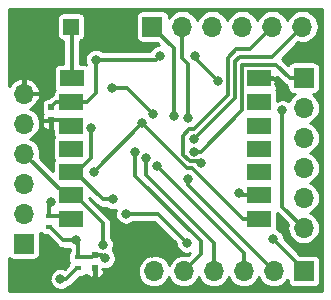
<source format=gtl>
G04 #@! TF.GenerationSoftware,KiCad,Pcbnew,no-vcs-found-8f3423b~58~ubuntu16.04.1*
G04 #@! TF.CreationDate,2017-03-29T18:22:16+03:00*
G04 #@! TF.ProjectId,minimal_node_rfm69w,6D696E696D616C5F6E6F64655F72666D,rev?*
G04 #@! TF.FileFunction,Copper,L1,Top,Signal*
G04 #@! TF.FilePolarity,Positive*
%FSLAX46Y46*%
G04 Gerber Fmt 4.6, Leading zero omitted, Abs format (unit mm)*
G04 Created by KiCad (PCBNEW no-vcs-found-8f3423b~58~ubuntu16.04.1) date Wed Mar 29 18:22:16 2017*
%MOMM*%
%LPD*%
G01*
G04 APERTURE LIST*
%ADD10C,0.100000*%
%ADD11R,1.350000X1.350000*%
%ADD12R,0.500000X0.600000*%
%ADD13R,1.700000X1.700000*%
%ADD14O,1.700000X1.700000*%
%ADD15R,0.600000X0.400000*%
%ADD16R,1.998980X1.399540*%
%ADD17C,0.800000*%
%ADD18C,0.350000*%
%ADD19C,0.254000*%
G04 APERTURE END LIST*
D10*
D11*
X141200000Y-50300000D03*
D12*
X143200000Y-70750000D03*
X143200000Y-69650000D03*
X139500000Y-58250000D03*
X139500000Y-57150000D03*
D13*
X137200000Y-68680000D03*
D14*
X137200000Y-66140000D03*
X137200000Y-63600000D03*
X137200000Y-61060000D03*
X137200000Y-58520000D03*
X137200000Y-55980000D03*
D13*
X160900000Y-54640000D03*
D14*
X160900000Y-57180000D03*
X160900000Y-59720000D03*
X160900000Y-62260000D03*
X160900000Y-64800000D03*
X160900000Y-67340000D03*
X148220000Y-71000000D03*
X150760000Y-71000000D03*
X153300000Y-71000000D03*
X155840000Y-71000000D03*
X158380000Y-71000000D03*
D13*
X160920000Y-71000000D03*
D14*
X160780000Y-50300000D03*
X158240000Y-50300000D03*
X155700000Y-50300000D03*
X153160000Y-50300000D03*
X150620000Y-50300000D03*
D13*
X148080000Y-50300000D03*
D15*
X141800000Y-70750000D03*
X141800000Y-69850000D03*
X139300000Y-66350000D03*
X139300000Y-67250000D03*
D16*
X141247485Y-54696443D03*
X141219545Y-56697963D03*
X141219545Y-58696943D03*
X141219545Y-60647663D03*
X141219545Y-62598383D03*
X141219545Y-64597363D03*
X141219545Y-66598883D03*
X157119945Y-66598883D03*
X157119945Y-64597363D03*
X157119945Y-62598383D03*
X157119945Y-60647663D03*
X157119945Y-58696943D03*
X157119945Y-56697963D03*
X157119945Y-54696443D03*
D17*
X137800000Y-71300000D03*
X146914509Y-68181251D03*
X148015395Y-69468109D03*
X158800000Y-55200000D03*
X141649977Y-68400000D03*
X144064341Y-69914665D03*
X159100000Y-57400000D03*
X153670420Y-54942393D03*
X151700000Y-52800000D03*
X148700000Y-52800000D03*
X143300000Y-53100000D03*
X144750009Y-64940038D03*
X142919061Y-58900000D03*
X147200004Y-58500000D03*
X143099985Y-62600000D03*
X143900000Y-68800000D03*
X148100000Y-57700000D03*
X144700000Y-55500000D03*
X151606517Y-60891234D03*
X146650012Y-60917797D03*
X147571123Y-61474990D03*
X148503778Y-62102362D03*
X151137955Y-63186877D03*
X151000000Y-68600004D03*
X158300000Y-68300000D03*
X145855654Y-66144998D03*
X151645326Y-59841948D03*
X152158450Y-61846671D03*
X151133893Y-58022757D03*
X149901124Y-57850012D03*
X140300000Y-71674990D03*
X139500000Y-65200000D03*
X155400000Y-64400000D03*
D18*
X139500000Y-58250000D02*
X140772602Y-58250000D01*
X140772602Y-58250000D02*
X141219545Y-58696943D01*
X137200000Y-56300000D02*
X137200000Y-55980000D01*
X148015395Y-69468109D02*
X146914509Y-68367223D01*
X146914509Y-68367223D02*
X146914509Y-68181251D01*
X157119945Y-54696443D02*
X158296443Y-54696443D01*
X158296443Y-54696443D02*
X158800000Y-55200000D01*
X144064341Y-69914341D02*
X144064341Y-69914665D01*
X143200000Y-69650000D02*
X143800000Y-69650000D01*
X140550000Y-68400000D02*
X141649977Y-68400000D01*
X139300000Y-67250000D02*
X139400000Y-67250000D01*
X141800000Y-69850000D02*
X141800000Y-68550023D01*
X139400000Y-67250000D02*
X140550000Y-68400000D01*
X141800000Y-68550023D02*
X141649977Y-68400000D01*
X143800000Y-69650000D02*
X144064341Y-69914341D01*
X141800000Y-69850000D02*
X143000000Y-69850000D01*
X143000000Y-69850000D02*
X143200000Y-69650000D01*
X159100000Y-57400000D02*
X159100000Y-65540000D01*
X159100000Y-65540000D02*
X160900000Y-67340000D01*
X151700000Y-52800000D02*
X151700000Y-52971973D01*
X151700000Y-52971973D02*
X153670420Y-54942393D01*
X143300000Y-53100000D02*
X148400000Y-53100000D01*
X148400000Y-53100000D02*
X148700000Y-52800000D01*
X141219545Y-56697963D02*
X142569035Y-56697963D01*
X143300000Y-55966998D02*
X143300000Y-53100000D01*
X142569035Y-56697963D02*
X143300000Y-55966998D01*
X141219545Y-56697963D02*
X139952037Y-56697963D01*
X139952037Y-56697963D02*
X139500000Y-57150000D01*
X142919061Y-58900000D02*
X142919061Y-61412409D01*
X141221162Y-62600000D02*
X141219545Y-62598383D01*
X142919061Y-61412409D02*
X141731470Y-62600000D01*
X141731470Y-62600000D02*
X141221162Y-62600000D01*
X143900098Y-64940038D02*
X144750009Y-64940038D01*
X141219545Y-62598383D02*
X141558443Y-62598383D01*
X141558443Y-62598383D02*
X143900098Y-64940038D01*
X151017301Y-62317297D02*
X147200004Y-58500000D01*
X151462335Y-62317297D02*
X151017301Y-62317297D01*
X155743921Y-66598883D02*
X151462335Y-62317297D01*
X157119945Y-66598883D02*
X155743921Y-66598883D01*
X143099985Y-62600000D02*
X147199985Y-58500000D01*
X147199985Y-58500000D02*
X147200004Y-58500000D01*
X141219545Y-64597363D02*
X140737363Y-64597363D01*
X140737363Y-64597363D02*
X137200000Y-61060000D01*
X141519265Y-64597363D02*
X143900000Y-66978098D01*
X141219545Y-64597363D02*
X141519265Y-64597363D01*
X143900000Y-66978098D02*
X143900000Y-68800000D01*
X145900000Y-55500000D02*
X144700000Y-55500000D01*
X148100000Y-57700000D02*
X145900000Y-55500000D01*
X158581672Y-53521672D02*
X155740454Y-53521672D01*
X155695454Y-53566672D02*
X155695454Y-57367982D01*
X155695454Y-57367982D02*
X152172202Y-60891234D01*
X152172202Y-60891234D02*
X151606517Y-60891234D01*
X159700000Y-54640000D02*
X158581672Y-53521672D01*
X160900000Y-54640000D02*
X159700000Y-54640000D01*
X155740454Y-53521672D02*
X155695454Y-53566672D01*
X150760000Y-71000000D02*
X152200000Y-69560000D01*
X152200000Y-69560000D02*
X152200000Y-68478998D01*
X152200000Y-68478998D02*
X146650012Y-62929008D01*
X146650012Y-62929008D02*
X146650012Y-60917797D01*
X153300000Y-68630455D02*
X147571123Y-62901578D01*
X153300000Y-71000000D02*
X153300000Y-68630455D01*
X147571123Y-62901578D02*
X147571123Y-61474990D01*
X155840000Y-69438584D02*
X148503778Y-62102362D01*
X155840000Y-71000000D02*
X155840000Y-69438584D01*
X151137955Y-63757955D02*
X151137955Y-63186877D01*
X158380000Y-71000000D02*
X151137955Y-63757955D01*
X148544994Y-66144998D02*
X151000000Y-68600004D01*
X145855654Y-66144998D02*
X148544994Y-66144998D01*
X158300000Y-68300000D02*
X160920000Y-70920000D01*
X160920000Y-70920000D02*
X160920000Y-71000000D01*
X155095443Y-53247431D02*
X155095443Y-56391831D01*
X160780000Y-50300000D02*
X158208339Y-52871661D01*
X155095443Y-56391831D02*
X151645326Y-59841948D01*
X155471210Y-52871664D02*
X155095443Y-53247431D01*
X158208339Y-52871661D02*
X155471210Y-52871664D01*
X158240000Y-50300000D02*
X156318347Y-52221653D01*
X156318347Y-52221653D02*
X155201966Y-52221654D01*
X151592942Y-59018600D02*
X151217194Y-59018600D01*
X155201966Y-52221654D02*
X154495432Y-52928188D01*
X154495432Y-52928188D02*
X154495432Y-56116110D01*
X154495432Y-56116110D02*
X151592942Y-59018600D01*
X151217194Y-59018600D02*
X150700000Y-59535794D01*
X150700000Y-59535794D02*
X150700000Y-61151458D01*
X150700000Y-61151458D02*
X151265828Y-61717286D01*
X151265828Y-61717286D02*
X152029065Y-61717286D01*
X152029065Y-61717286D02*
X152158450Y-61846671D01*
X151133893Y-53454895D02*
X151133893Y-58022757D01*
X150620000Y-50300000D02*
X150620000Y-52941002D01*
X150620000Y-52941002D02*
X151133893Y-53454895D01*
X149901124Y-52121124D02*
X149901124Y-57850012D01*
X148080000Y-50300000D02*
X149901124Y-52121124D01*
X141247485Y-54696443D02*
X141247485Y-50347485D01*
X141247485Y-50347485D02*
X141200000Y-50300000D01*
X140775010Y-71674990D02*
X140300000Y-71674990D01*
X141700000Y-70750000D02*
X140775010Y-71674990D01*
X141800000Y-70750000D02*
X141700000Y-70750000D01*
X139300000Y-65400000D02*
X139500000Y-65200000D01*
X139300000Y-66350000D02*
X139300000Y-65400000D01*
X141219545Y-66598883D02*
X140970662Y-66350000D01*
X140970662Y-66350000D02*
X139300000Y-66350000D01*
X155597363Y-64597363D02*
X155400000Y-64400000D01*
X157119945Y-64597363D02*
X155597363Y-64597363D01*
D19*
G36*
X162403929Y-48780152D02*
X162407711Y-48781294D01*
X162411197Y-48783148D01*
X162414258Y-48785644D01*
X162416772Y-48788683D01*
X162418652Y-48792160D01*
X162419820Y-48795933D01*
X162423000Y-48826190D01*
X162423000Y-72671781D01*
X162419848Y-72703929D01*
X162418706Y-72707711D01*
X162416852Y-72711197D01*
X162414356Y-72714258D01*
X162411316Y-72716773D01*
X162407841Y-72718652D01*
X162404067Y-72719820D01*
X162373810Y-72723000D01*
X136028219Y-72723000D01*
X135996071Y-72719848D01*
X135992289Y-72718706D01*
X135988803Y-72716852D01*
X135985742Y-72714356D01*
X135983227Y-72711316D01*
X135981348Y-72707841D01*
X135980180Y-72704067D01*
X135977000Y-72673810D01*
X135977000Y-69905636D01*
X136055798Y-69970304D01*
X136147350Y-70019239D01*
X136246690Y-70049374D01*
X136350000Y-70059549D01*
X138050000Y-70059549D01*
X138153310Y-70049374D01*
X138252650Y-70019239D01*
X138344202Y-69970304D01*
X138424448Y-69904448D01*
X138490304Y-69824202D01*
X138539239Y-69732650D01*
X138569374Y-69633310D01*
X138579549Y-69530000D01*
X138579549Y-67830000D01*
X138572654Y-67759991D01*
X138625552Y-67824448D01*
X138705798Y-67890304D01*
X138797350Y-67939239D01*
X138896690Y-67969374D01*
X139000000Y-67979549D01*
X139136771Y-67979549D01*
X140053611Y-68896389D01*
X140103707Y-68937539D01*
X140153393Y-68979230D01*
X140156628Y-68981008D01*
X140159481Y-68983352D01*
X140216617Y-69013988D01*
X140273453Y-69045233D01*
X140276974Y-69046350D01*
X140280225Y-69048093D01*
X140342212Y-69067045D01*
X140404046Y-69086660D01*
X140407714Y-69087071D01*
X140411245Y-69088151D01*
X140475766Y-69094705D01*
X140540199Y-69101932D01*
X140547412Y-69101982D01*
X140547549Y-69101996D01*
X140547677Y-69101984D01*
X140550000Y-69102000D01*
X141039154Y-69102000D01*
X141046263Y-69109362D01*
X141098000Y-69145320D01*
X141098000Y-69309124D01*
X141059696Y-69355798D01*
X141010761Y-69447350D01*
X140980626Y-69546690D01*
X140970451Y-69650000D01*
X140970451Y-70050000D01*
X140980626Y-70153310D01*
X141010761Y-70252650D01*
X141036070Y-70300000D01*
X141010761Y-70347350D01*
X140980626Y-70446690D01*
X140977359Y-70479863D01*
X140643467Y-70813755D01*
X140575448Y-70785163D01*
X140397367Y-70748608D01*
X140215577Y-70747339D01*
X140037003Y-70781403D01*
X139868447Y-70849505D01*
X139716328Y-70949048D01*
X139586441Y-71076243D01*
X139483733Y-71226244D01*
X139412117Y-71393337D01*
X139374320Y-71571158D01*
X139371782Y-71752935D01*
X139404599Y-71931742D01*
X139471522Y-72100770D01*
X139570001Y-72253580D01*
X139696286Y-72384352D01*
X139845566Y-72488104D01*
X140012155Y-72560885D01*
X140189708Y-72599922D01*
X140371463Y-72603730D01*
X140550495Y-72572161D01*
X140719986Y-72506420D01*
X140873479Y-72409010D01*
X140925682Y-72359298D01*
X140973438Y-72344879D01*
X141035710Y-72326787D01*
X141038989Y-72325087D01*
X141042521Y-72324021D01*
X141099755Y-72293589D01*
X141157347Y-72263737D01*
X141160232Y-72261434D01*
X141163491Y-72259701D01*
X141213724Y-72218732D01*
X141264421Y-72178261D01*
X141269558Y-72173194D01*
X141269663Y-72173109D01*
X141269743Y-72173012D01*
X141271399Y-72171379D01*
X141963229Y-71479549D01*
X142100000Y-71479549D01*
X142203310Y-71469374D01*
X142302650Y-71439239D01*
X142394202Y-71390304D01*
X142474448Y-71324448D01*
X142488292Y-71307579D01*
X142540652Y-71385943D01*
X142614057Y-71459348D01*
X142700372Y-71517021D01*
X142796280Y-71556748D01*
X142898095Y-71577000D01*
X142995250Y-71577000D01*
X143127000Y-71445250D01*
X143127000Y-70823000D01*
X143107000Y-70823000D01*
X143107000Y-70677000D01*
X143127000Y-70677000D01*
X143127000Y-70657000D01*
X143273000Y-70657000D01*
X143273000Y-70677000D01*
X143293000Y-70677000D01*
X143293000Y-70823000D01*
X143273000Y-70823000D01*
X143273000Y-71445250D01*
X143404750Y-71577000D01*
X143501905Y-71577000D01*
X143603720Y-71556748D01*
X143699628Y-71517021D01*
X143785943Y-71459348D01*
X143859348Y-71385943D01*
X143917021Y-71299628D01*
X143956748Y-71203720D01*
X143977000Y-71101905D01*
X143977000Y-70954750D01*
X143845252Y-70823002D01*
X143878570Y-70823002D01*
X143954049Y-70839597D01*
X144135804Y-70843405D01*
X144314836Y-70811836D01*
X144484327Y-70746095D01*
X144637820Y-70648685D01*
X144769471Y-70523316D01*
X144874262Y-70374764D01*
X144948205Y-70208687D01*
X144988481Y-70031411D01*
X144991380Y-69823768D01*
X144956070Y-69645436D01*
X144886793Y-69477359D01*
X144786190Y-69325939D01*
X144713291Y-69252529D01*
X144783864Y-69094022D01*
X144824140Y-68916746D01*
X144827039Y-68709103D01*
X144791729Y-68530771D01*
X144722452Y-68362694D01*
X144621849Y-68211274D01*
X144602000Y-68191286D01*
X144602000Y-66978098D01*
X144595674Y-66913581D01*
X144590021Y-66848964D01*
X144588991Y-66845420D01*
X144588631Y-66841745D01*
X144569889Y-66779670D01*
X144551797Y-66717398D01*
X144550097Y-66714119D01*
X144549031Y-66710587D01*
X144518577Y-66653310D01*
X144488747Y-66595761D01*
X144486444Y-66592876D01*
X144484711Y-66589617D01*
X144443722Y-66539360D01*
X144403271Y-66488688D01*
X144398206Y-66483551D01*
X144398119Y-66483445D01*
X144398021Y-66483364D01*
X144396389Y-66481709D01*
X142748584Y-64833904D01*
X142748584Y-64781302D01*
X143403709Y-65436427D01*
X143453827Y-65477595D01*
X143503491Y-65519268D01*
X143506723Y-65521045D01*
X143509578Y-65523390D01*
X143566755Y-65554047D01*
X143623551Y-65585271D01*
X143627070Y-65586387D01*
X143630322Y-65588131D01*
X143692295Y-65607078D01*
X143754144Y-65626698D01*
X143757815Y-65627110D01*
X143761342Y-65628188D01*
X143825819Y-65634738D01*
X143890297Y-65641970D01*
X143897510Y-65642020D01*
X143897647Y-65642034D01*
X143897775Y-65642022D01*
X143900098Y-65642038D01*
X144139186Y-65642038D01*
X144146295Y-65649400D01*
X144295575Y-65753152D01*
X144462164Y-65825933D01*
X144639717Y-65864970D01*
X144821472Y-65868778D01*
X144977213Y-65841316D01*
X144967771Y-65863345D01*
X144929974Y-66041166D01*
X144927436Y-66222943D01*
X144960253Y-66401750D01*
X145027176Y-66570778D01*
X145125655Y-66723588D01*
X145251940Y-66854360D01*
X145401220Y-66958112D01*
X145567809Y-67030893D01*
X145745362Y-67069930D01*
X145927117Y-67073738D01*
X146106149Y-67042169D01*
X146275640Y-66976428D01*
X146429133Y-66879018D01*
X146462757Y-66846998D01*
X148254216Y-66846998D01*
X150071966Y-68664748D01*
X150071782Y-68677949D01*
X150104599Y-68856756D01*
X150171522Y-69025784D01*
X150270001Y-69178594D01*
X150396286Y-69309366D01*
X150545566Y-69413118D01*
X150712155Y-69485899D01*
X150889708Y-69524936D01*
X151071463Y-69528744D01*
X151250495Y-69497175D01*
X151282436Y-69484786D01*
X151102461Y-69664761D01*
X151036884Y-69644462D01*
X150769613Y-69616371D01*
X150501976Y-69640727D01*
X150244167Y-69716605D01*
X150006005Y-69841113D01*
X149796564Y-70009508D01*
X149623819Y-70215377D01*
X149494351Y-70450879D01*
X149490362Y-70463454D01*
X149366933Y-70231317D01*
X149197079Y-70023056D01*
X148990009Y-69851752D01*
X148753609Y-69723931D01*
X148496884Y-69644462D01*
X148229613Y-69616371D01*
X147961976Y-69640727D01*
X147704167Y-69716605D01*
X147466005Y-69841113D01*
X147256564Y-70009508D01*
X147083819Y-70215377D01*
X146954351Y-70450879D01*
X146873091Y-70707043D01*
X146843134Y-70974111D01*
X146843000Y-70993337D01*
X146843000Y-71006663D01*
X146869225Y-71274124D01*
X146946900Y-71531397D01*
X147073067Y-71768683D01*
X147242921Y-71976944D01*
X147449991Y-72148248D01*
X147686391Y-72276069D01*
X147943116Y-72355538D01*
X148210387Y-72383629D01*
X148478024Y-72359273D01*
X148735833Y-72283395D01*
X148973995Y-72158887D01*
X149183436Y-71990492D01*
X149356181Y-71784623D01*
X149485649Y-71549121D01*
X149489638Y-71536546D01*
X149613067Y-71768683D01*
X149782921Y-71976944D01*
X149989991Y-72148248D01*
X150226391Y-72276069D01*
X150483116Y-72355538D01*
X150750387Y-72383629D01*
X151018024Y-72359273D01*
X151275833Y-72283395D01*
X151513995Y-72158887D01*
X151723436Y-71990492D01*
X151896181Y-71784623D01*
X152025649Y-71549121D01*
X152029638Y-71536546D01*
X152153067Y-71768683D01*
X152322921Y-71976944D01*
X152529991Y-72148248D01*
X152766391Y-72276069D01*
X153023116Y-72355538D01*
X153290387Y-72383629D01*
X153558024Y-72359273D01*
X153815833Y-72283395D01*
X154053995Y-72158887D01*
X154263436Y-71990492D01*
X154436181Y-71784623D01*
X154565649Y-71549121D01*
X154569638Y-71536546D01*
X154693067Y-71768683D01*
X154862921Y-71976944D01*
X155069991Y-72148248D01*
X155306391Y-72276069D01*
X155563116Y-72355538D01*
X155830387Y-72383629D01*
X156098024Y-72359273D01*
X156355833Y-72283395D01*
X156593995Y-72158887D01*
X156803436Y-71990492D01*
X156976181Y-71784623D01*
X157105649Y-71549121D01*
X157109638Y-71536546D01*
X157233067Y-71768683D01*
X157402921Y-71976944D01*
X157609991Y-72148248D01*
X157846391Y-72276069D01*
X158103116Y-72355538D01*
X158370387Y-72383629D01*
X158638024Y-72359273D01*
X158895833Y-72283395D01*
X159133995Y-72158887D01*
X159343436Y-71990492D01*
X159516181Y-71784623D01*
X159540451Y-71740476D01*
X159540451Y-71850000D01*
X159550626Y-71953310D01*
X159580761Y-72052650D01*
X159629696Y-72144202D01*
X159695552Y-72224448D01*
X159775798Y-72290304D01*
X159867350Y-72339239D01*
X159966690Y-72369374D01*
X160070000Y-72379549D01*
X161770000Y-72379549D01*
X161873310Y-72369374D01*
X161972650Y-72339239D01*
X162064202Y-72290304D01*
X162144448Y-72224448D01*
X162210304Y-72144202D01*
X162259239Y-72052650D01*
X162289374Y-71953310D01*
X162299549Y-71850000D01*
X162299549Y-70150000D01*
X162289374Y-70046690D01*
X162259239Y-69947350D01*
X162210304Y-69855798D01*
X162144448Y-69775552D01*
X162064202Y-69709696D01*
X161972650Y-69660761D01*
X161873310Y-69630626D01*
X161770000Y-69620451D01*
X160613229Y-69620451D01*
X159226693Y-68233915D01*
X159227039Y-68209103D01*
X159191729Y-68030771D01*
X159122452Y-67862694D01*
X159021849Y-67711274D01*
X158893751Y-67582278D01*
X158743037Y-67480621D01*
X158629434Y-67432867D01*
X158638809Y-67401963D01*
X158648984Y-67298653D01*
X158648984Y-66081762D01*
X159564761Y-66997539D01*
X159544462Y-67063116D01*
X159516371Y-67330387D01*
X159540727Y-67598024D01*
X159616605Y-67855833D01*
X159741113Y-68093995D01*
X159909508Y-68303436D01*
X160115377Y-68476181D01*
X160350879Y-68605649D01*
X160607043Y-68686909D01*
X160874111Y-68716866D01*
X160893337Y-68717000D01*
X160906663Y-68717000D01*
X161174124Y-68690775D01*
X161431397Y-68613100D01*
X161668683Y-68486933D01*
X161876944Y-68317079D01*
X162048248Y-68110009D01*
X162176069Y-67873609D01*
X162255538Y-67616884D01*
X162283629Y-67349613D01*
X162259273Y-67081976D01*
X162183395Y-66824167D01*
X162058887Y-66586005D01*
X161890492Y-66376564D01*
X161684623Y-66203819D01*
X161449121Y-66074351D01*
X161436546Y-66070362D01*
X161668683Y-65946933D01*
X161876944Y-65777079D01*
X162048248Y-65570009D01*
X162176069Y-65333609D01*
X162255538Y-65076884D01*
X162283629Y-64809613D01*
X162259273Y-64541976D01*
X162183395Y-64284167D01*
X162058887Y-64046005D01*
X161890492Y-63836564D01*
X161684623Y-63663819D01*
X161449121Y-63534351D01*
X161436546Y-63530362D01*
X161668683Y-63406933D01*
X161876944Y-63237079D01*
X162048248Y-63030009D01*
X162176069Y-62793609D01*
X162255538Y-62536884D01*
X162283629Y-62269613D01*
X162259273Y-62001976D01*
X162183395Y-61744167D01*
X162058887Y-61506005D01*
X161890492Y-61296564D01*
X161684623Y-61123819D01*
X161449121Y-60994351D01*
X161436546Y-60990362D01*
X161668683Y-60866933D01*
X161876944Y-60697079D01*
X162048248Y-60490009D01*
X162176069Y-60253609D01*
X162255538Y-59996884D01*
X162283629Y-59729613D01*
X162259273Y-59461976D01*
X162183395Y-59204167D01*
X162058887Y-58966005D01*
X161890492Y-58756564D01*
X161684623Y-58583819D01*
X161449121Y-58454351D01*
X161436546Y-58450362D01*
X161668683Y-58326933D01*
X161876944Y-58157079D01*
X162048248Y-57950009D01*
X162176069Y-57713609D01*
X162255538Y-57456884D01*
X162283629Y-57189613D01*
X162259273Y-56921976D01*
X162183395Y-56664167D01*
X162058887Y-56426005D01*
X161890492Y-56216564D01*
X161684623Y-56043819D01*
X161640476Y-56019549D01*
X161750000Y-56019549D01*
X161853310Y-56009374D01*
X161952650Y-55979239D01*
X162044202Y-55930304D01*
X162124448Y-55864448D01*
X162190304Y-55784202D01*
X162239239Y-55692650D01*
X162269374Y-55593310D01*
X162279549Y-55490000D01*
X162279549Y-53790000D01*
X162269374Y-53686690D01*
X162239239Y-53587350D01*
X162190304Y-53495798D01*
X162124448Y-53415552D01*
X162044202Y-53349696D01*
X161952650Y-53300761D01*
X161853310Y-53270626D01*
X161750000Y-53260451D01*
X160050000Y-53260451D01*
X159946690Y-53270626D01*
X159847350Y-53300761D01*
X159755798Y-53349696D01*
X159675552Y-53415552D01*
X159609696Y-53495798D01*
X159588406Y-53535628D01*
X159078061Y-53025283D01*
X159061280Y-53011498D01*
X160437539Y-51635239D01*
X160503116Y-51655538D01*
X160770387Y-51683629D01*
X161038024Y-51659273D01*
X161295833Y-51583395D01*
X161533995Y-51458887D01*
X161743436Y-51290492D01*
X161916181Y-51084623D01*
X162045649Y-50849121D01*
X162126909Y-50592957D01*
X162156866Y-50325889D01*
X162157000Y-50306663D01*
X162157000Y-50293337D01*
X162130775Y-50025876D01*
X162053100Y-49768603D01*
X161926933Y-49531317D01*
X161757079Y-49323056D01*
X161550009Y-49151752D01*
X161313609Y-49023931D01*
X161056884Y-48944462D01*
X160789613Y-48916371D01*
X160521976Y-48940727D01*
X160264167Y-49016605D01*
X160026005Y-49141113D01*
X159816564Y-49309508D01*
X159643819Y-49515377D01*
X159514351Y-49750879D01*
X159510362Y-49763454D01*
X159386933Y-49531317D01*
X159217079Y-49323056D01*
X159010009Y-49151752D01*
X158773609Y-49023931D01*
X158516884Y-48944462D01*
X158249613Y-48916371D01*
X157981976Y-48940727D01*
X157724167Y-49016605D01*
X157486005Y-49141113D01*
X157276564Y-49309508D01*
X157103819Y-49515377D01*
X156974351Y-49750879D01*
X156970362Y-49763454D01*
X156846933Y-49531317D01*
X156677079Y-49323056D01*
X156470009Y-49151752D01*
X156233609Y-49023931D01*
X155976884Y-48944462D01*
X155709613Y-48916371D01*
X155441976Y-48940727D01*
X155184167Y-49016605D01*
X154946005Y-49141113D01*
X154736564Y-49309508D01*
X154563819Y-49515377D01*
X154434351Y-49750879D01*
X154430362Y-49763454D01*
X154306933Y-49531317D01*
X154137079Y-49323056D01*
X153930009Y-49151752D01*
X153693609Y-49023931D01*
X153436884Y-48944462D01*
X153169613Y-48916371D01*
X152901976Y-48940727D01*
X152644167Y-49016605D01*
X152406005Y-49141113D01*
X152196564Y-49309508D01*
X152023819Y-49515377D01*
X151894351Y-49750879D01*
X151890362Y-49763454D01*
X151766933Y-49531317D01*
X151597079Y-49323056D01*
X151390009Y-49151752D01*
X151153609Y-49023931D01*
X150896884Y-48944462D01*
X150629613Y-48916371D01*
X150361976Y-48940727D01*
X150104167Y-49016605D01*
X149866005Y-49141113D01*
X149656564Y-49309508D01*
X149483819Y-49515377D01*
X149459549Y-49559524D01*
X149459549Y-49450000D01*
X149449374Y-49346690D01*
X149419239Y-49247350D01*
X149370304Y-49155798D01*
X149304448Y-49075552D01*
X149224202Y-49009696D01*
X149132650Y-48960761D01*
X149033310Y-48930626D01*
X148930000Y-48920451D01*
X147230000Y-48920451D01*
X147126690Y-48930626D01*
X147027350Y-48960761D01*
X146935798Y-49009696D01*
X146855552Y-49075552D01*
X146789696Y-49155798D01*
X146740761Y-49247350D01*
X146710626Y-49346690D01*
X146700451Y-49450000D01*
X146700451Y-51150000D01*
X146710626Y-51253310D01*
X146740761Y-51352650D01*
X146789696Y-51444202D01*
X146855552Y-51524448D01*
X146935798Y-51590304D01*
X147027350Y-51639239D01*
X147126690Y-51669374D01*
X147230000Y-51679549D01*
X148466771Y-51679549D01*
X148659880Y-51872658D01*
X148615577Y-51872349D01*
X148437003Y-51906413D01*
X148268447Y-51974515D01*
X148116328Y-52074058D01*
X147986441Y-52201253D01*
X147883733Y-52351254D01*
X147863698Y-52398000D01*
X143909364Y-52398000D01*
X143893751Y-52382278D01*
X143743037Y-52280621D01*
X143575448Y-52210173D01*
X143397367Y-52173618D01*
X143215577Y-52172349D01*
X143037003Y-52206413D01*
X142868447Y-52274515D01*
X142716328Y-52374058D01*
X142586441Y-52501253D01*
X142483733Y-52651254D01*
X142412117Y-52818347D01*
X142374320Y-52996168D01*
X142371782Y-53177945D01*
X142404599Y-53356752D01*
X142468186Y-53517355D01*
X142449625Y-53507434D01*
X142350285Y-53477299D01*
X142246975Y-53467124D01*
X141949485Y-53467124D01*
X141949485Y-51497213D01*
X141978310Y-51494374D01*
X142077650Y-51464239D01*
X142169202Y-51415304D01*
X142249448Y-51349448D01*
X142315304Y-51269202D01*
X142364239Y-51177650D01*
X142394374Y-51078310D01*
X142404549Y-50975000D01*
X142404549Y-49625000D01*
X142394374Y-49521690D01*
X142364239Y-49422350D01*
X142315304Y-49330798D01*
X142249448Y-49250552D01*
X142169202Y-49184696D01*
X142077650Y-49135761D01*
X141978310Y-49105626D01*
X141875000Y-49095451D01*
X140525000Y-49095451D01*
X140421690Y-49105626D01*
X140322350Y-49135761D01*
X140230798Y-49184696D01*
X140150552Y-49250552D01*
X140084696Y-49330798D01*
X140035761Y-49422350D01*
X140005626Y-49521690D01*
X139995451Y-49625000D01*
X139995451Y-50975000D01*
X140005626Y-51078310D01*
X140035761Y-51177650D01*
X140084696Y-51269202D01*
X140150552Y-51349448D01*
X140230798Y-51415304D01*
X140322350Y-51464239D01*
X140421690Y-51494374D01*
X140525000Y-51504549D01*
X140545485Y-51504549D01*
X140545485Y-53467124D01*
X140247995Y-53467124D01*
X140144685Y-53477299D01*
X140045345Y-53507434D01*
X139953793Y-53556369D01*
X139873547Y-53622225D01*
X139807691Y-53702471D01*
X139758756Y-53794023D01*
X139728621Y-53893363D01*
X139718446Y-53996673D01*
X139718446Y-55396213D01*
X139728621Y-55499523D01*
X139758756Y-55598863D01*
X139801065Y-55678019D01*
X139779751Y-55703991D01*
X139730816Y-55795543D01*
X139700681Y-55894883D01*
X139690506Y-55998193D01*
X139690506Y-56046597D01*
X139688058Y-56047866D01*
X139684526Y-56048932D01*
X139627292Y-56079364D01*
X139569700Y-56109216D01*
X139566815Y-56111519D01*
X139563556Y-56113252D01*
X139513299Y-56154241D01*
X139462627Y-56194692D01*
X139457490Y-56199757D01*
X139457384Y-56199844D01*
X139457303Y-56199942D01*
X139455648Y-56201574D01*
X139336771Y-56320451D01*
X139250000Y-56320451D01*
X139146690Y-56330626D01*
X139047350Y-56360761D01*
X138955798Y-56409696D01*
X138875552Y-56475552D01*
X138809696Y-56555798D01*
X138760761Y-56647350D01*
X138730626Y-56746690D01*
X138720451Y-56850000D01*
X138720451Y-57450000D01*
X138730626Y-57553310D01*
X138760761Y-57652650D01*
X138784807Y-57697637D01*
X138782979Y-57700372D01*
X138743252Y-57796280D01*
X138723000Y-57898095D01*
X138723000Y-58045250D01*
X138854750Y-58177000D01*
X139427000Y-58177000D01*
X139427000Y-58157000D01*
X139573000Y-58157000D01*
X139573000Y-58177000D01*
X139593000Y-58177000D01*
X139593000Y-58323000D01*
X139573000Y-58323000D01*
X139573000Y-58945250D01*
X139693055Y-59065305D01*
X139693055Y-59448618D01*
X139713307Y-59550433D01*
X139753034Y-59646341D01*
X139770060Y-59671822D01*
X139730816Y-59745243D01*
X139700681Y-59844583D01*
X139690506Y-59947893D01*
X139690506Y-61347433D01*
X139700681Y-61450743D01*
X139730816Y-61550083D01*
X139769803Y-61623023D01*
X139730816Y-61695963D01*
X139700681Y-61795303D01*
X139690506Y-61898613D01*
X139690506Y-62557728D01*
X138535239Y-61402461D01*
X138555538Y-61336884D01*
X138583629Y-61069613D01*
X138559273Y-60801976D01*
X138483395Y-60544167D01*
X138358887Y-60306005D01*
X138190492Y-60096564D01*
X137984623Y-59923819D01*
X137749121Y-59794351D01*
X137736546Y-59790362D01*
X137968683Y-59666933D01*
X138176944Y-59497079D01*
X138348248Y-59290009D01*
X138476069Y-59053609D01*
X138555538Y-58796884D01*
X138583629Y-58529613D01*
X138576817Y-58454750D01*
X138723000Y-58454750D01*
X138723000Y-58601905D01*
X138743252Y-58703720D01*
X138782979Y-58799628D01*
X138840652Y-58885943D01*
X138914057Y-58959348D01*
X139000372Y-59017021D01*
X139096280Y-59056748D01*
X139198095Y-59077000D01*
X139295250Y-59077000D01*
X139427000Y-58945250D01*
X139427000Y-58323000D01*
X138854750Y-58323000D01*
X138723000Y-58454750D01*
X138576817Y-58454750D01*
X138559273Y-58261976D01*
X138483395Y-58004167D01*
X138358887Y-57766005D01*
X138190492Y-57556564D01*
X137984623Y-57383819D01*
X137749121Y-57254351D01*
X137731756Y-57248842D01*
X137744422Y-57244809D01*
X137980713Y-57114295D01*
X138187002Y-56940190D01*
X138355361Y-56729186D01*
X138479320Y-56489391D01*
X138546715Y-56267209D01*
X138443108Y-56053000D01*
X137273000Y-56053000D01*
X137273000Y-56073000D01*
X137127000Y-56073000D01*
X137127000Y-56053000D01*
X137107000Y-56053000D01*
X137107000Y-55907000D01*
X137127000Y-55907000D01*
X137127000Y-54736683D01*
X137273000Y-54736683D01*
X137273000Y-55907000D01*
X138443108Y-55907000D01*
X138546715Y-55692791D01*
X138479320Y-55470609D01*
X138355361Y-55230814D01*
X138187002Y-55019810D01*
X137980713Y-54845705D01*
X137744422Y-54715191D01*
X137487209Y-54633282D01*
X137273000Y-54736683D01*
X137127000Y-54736683D01*
X136912791Y-54633282D01*
X136655578Y-54715191D01*
X136419287Y-54845705D01*
X136212998Y-55019810D01*
X136044639Y-55230814D01*
X135977000Y-55361660D01*
X135977000Y-48828218D01*
X135980152Y-48796071D01*
X135981294Y-48792289D01*
X135983148Y-48788803D01*
X135985644Y-48785742D01*
X135988683Y-48783228D01*
X135992160Y-48781348D01*
X135995933Y-48780180D01*
X136026190Y-48777000D01*
X162371782Y-48777000D01*
X162403929Y-48780152D01*
X162403929Y-48780152D01*
G37*
X162403929Y-48780152D02*
X162407711Y-48781294D01*
X162411197Y-48783148D01*
X162414258Y-48785644D01*
X162416772Y-48788683D01*
X162418652Y-48792160D01*
X162419820Y-48795933D01*
X162423000Y-48826190D01*
X162423000Y-72671781D01*
X162419848Y-72703929D01*
X162418706Y-72707711D01*
X162416852Y-72711197D01*
X162414356Y-72714258D01*
X162411316Y-72716773D01*
X162407841Y-72718652D01*
X162404067Y-72719820D01*
X162373810Y-72723000D01*
X136028219Y-72723000D01*
X135996071Y-72719848D01*
X135992289Y-72718706D01*
X135988803Y-72716852D01*
X135985742Y-72714356D01*
X135983227Y-72711316D01*
X135981348Y-72707841D01*
X135980180Y-72704067D01*
X135977000Y-72673810D01*
X135977000Y-69905636D01*
X136055798Y-69970304D01*
X136147350Y-70019239D01*
X136246690Y-70049374D01*
X136350000Y-70059549D01*
X138050000Y-70059549D01*
X138153310Y-70049374D01*
X138252650Y-70019239D01*
X138344202Y-69970304D01*
X138424448Y-69904448D01*
X138490304Y-69824202D01*
X138539239Y-69732650D01*
X138569374Y-69633310D01*
X138579549Y-69530000D01*
X138579549Y-67830000D01*
X138572654Y-67759991D01*
X138625552Y-67824448D01*
X138705798Y-67890304D01*
X138797350Y-67939239D01*
X138896690Y-67969374D01*
X139000000Y-67979549D01*
X139136771Y-67979549D01*
X140053611Y-68896389D01*
X140103707Y-68937539D01*
X140153393Y-68979230D01*
X140156628Y-68981008D01*
X140159481Y-68983352D01*
X140216617Y-69013988D01*
X140273453Y-69045233D01*
X140276974Y-69046350D01*
X140280225Y-69048093D01*
X140342212Y-69067045D01*
X140404046Y-69086660D01*
X140407714Y-69087071D01*
X140411245Y-69088151D01*
X140475766Y-69094705D01*
X140540199Y-69101932D01*
X140547412Y-69101982D01*
X140547549Y-69101996D01*
X140547677Y-69101984D01*
X140550000Y-69102000D01*
X141039154Y-69102000D01*
X141046263Y-69109362D01*
X141098000Y-69145320D01*
X141098000Y-69309124D01*
X141059696Y-69355798D01*
X141010761Y-69447350D01*
X140980626Y-69546690D01*
X140970451Y-69650000D01*
X140970451Y-70050000D01*
X140980626Y-70153310D01*
X141010761Y-70252650D01*
X141036070Y-70300000D01*
X141010761Y-70347350D01*
X140980626Y-70446690D01*
X140977359Y-70479863D01*
X140643467Y-70813755D01*
X140575448Y-70785163D01*
X140397367Y-70748608D01*
X140215577Y-70747339D01*
X140037003Y-70781403D01*
X139868447Y-70849505D01*
X139716328Y-70949048D01*
X139586441Y-71076243D01*
X139483733Y-71226244D01*
X139412117Y-71393337D01*
X139374320Y-71571158D01*
X139371782Y-71752935D01*
X139404599Y-71931742D01*
X139471522Y-72100770D01*
X139570001Y-72253580D01*
X139696286Y-72384352D01*
X139845566Y-72488104D01*
X140012155Y-72560885D01*
X140189708Y-72599922D01*
X140371463Y-72603730D01*
X140550495Y-72572161D01*
X140719986Y-72506420D01*
X140873479Y-72409010D01*
X140925682Y-72359298D01*
X140973438Y-72344879D01*
X141035710Y-72326787D01*
X141038989Y-72325087D01*
X141042521Y-72324021D01*
X141099755Y-72293589D01*
X141157347Y-72263737D01*
X141160232Y-72261434D01*
X141163491Y-72259701D01*
X141213724Y-72218732D01*
X141264421Y-72178261D01*
X141269558Y-72173194D01*
X141269663Y-72173109D01*
X141269743Y-72173012D01*
X141271399Y-72171379D01*
X141963229Y-71479549D01*
X142100000Y-71479549D01*
X142203310Y-71469374D01*
X142302650Y-71439239D01*
X142394202Y-71390304D01*
X142474448Y-71324448D01*
X142488292Y-71307579D01*
X142540652Y-71385943D01*
X142614057Y-71459348D01*
X142700372Y-71517021D01*
X142796280Y-71556748D01*
X142898095Y-71577000D01*
X142995250Y-71577000D01*
X143127000Y-71445250D01*
X143127000Y-70823000D01*
X143107000Y-70823000D01*
X143107000Y-70677000D01*
X143127000Y-70677000D01*
X143127000Y-70657000D01*
X143273000Y-70657000D01*
X143273000Y-70677000D01*
X143293000Y-70677000D01*
X143293000Y-70823000D01*
X143273000Y-70823000D01*
X143273000Y-71445250D01*
X143404750Y-71577000D01*
X143501905Y-71577000D01*
X143603720Y-71556748D01*
X143699628Y-71517021D01*
X143785943Y-71459348D01*
X143859348Y-71385943D01*
X143917021Y-71299628D01*
X143956748Y-71203720D01*
X143977000Y-71101905D01*
X143977000Y-70954750D01*
X143845252Y-70823002D01*
X143878570Y-70823002D01*
X143954049Y-70839597D01*
X144135804Y-70843405D01*
X144314836Y-70811836D01*
X144484327Y-70746095D01*
X144637820Y-70648685D01*
X144769471Y-70523316D01*
X144874262Y-70374764D01*
X144948205Y-70208687D01*
X144988481Y-70031411D01*
X144991380Y-69823768D01*
X144956070Y-69645436D01*
X144886793Y-69477359D01*
X144786190Y-69325939D01*
X144713291Y-69252529D01*
X144783864Y-69094022D01*
X144824140Y-68916746D01*
X144827039Y-68709103D01*
X144791729Y-68530771D01*
X144722452Y-68362694D01*
X144621849Y-68211274D01*
X144602000Y-68191286D01*
X144602000Y-66978098D01*
X144595674Y-66913581D01*
X144590021Y-66848964D01*
X144588991Y-66845420D01*
X144588631Y-66841745D01*
X144569889Y-66779670D01*
X144551797Y-66717398D01*
X144550097Y-66714119D01*
X144549031Y-66710587D01*
X144518577Y-66653310D01*
X144488747Y-66595761D01*
X144486444Y-66592876D01*
X144484711Y-66589617D01*
X144443722Y-66539360D01*
X144403271Y-66488688D01*
X144398206Y-66483551D01*
X144398119Y-66483445D01*
X144398021Y-66483364D01*
X144396389Y-66481709D01*
X142748584Y-64833904D01*
X142748584Y-64781302D01*
X143403709Y-65436427D01*
X143453827Y-65477595D01*
X143503491Y-65519268D01*
X143506723Y-65521045D01*
X143509578Y-65523390D01*
X143566755Y-65554047D01*
X143623551Y-65585271D01*
X143627070Y-65586387D01*
X143630322Y-65588131D01*
X143692295Y-65607078D01*
X143754144Y-65626698D01*
X143757815Y-65627110D01*
X143761342Y-65628188D01*
X143825819Y-65634738D01*
X143890297Y-65641970D01*
X143897510Y-65642020D01*
X143897647Y-65642034D01*
X143897775Y-65642022D01*
X143900098Y-65642038D01*
X144139186Y-65642038D01*
X144146295Y-65649400D01*
X144295575Y-65753152D01*
X144462164Y-65825933D01*
X144639717Y-65864970D01*
X144821472Y-65868778D01*
X144977213Y-65841316D01*
X144967771Y-65863345D01*
X144929974Y-66041166D01*
X144927436Y-66222943D01*
X144960253Y-66401750D01*
X145027176Y-66570778D01*
X145125655Y-66723588D01*
X145251940Y-66854360D01*
X145401220Y-66958112D01*
X145567809Y-67030893D01*
X145745362Y-67069930D01*
X145927117Y-67073738D01*
X146106149Y-67042169D01*
X146275640Y-66976428D01*
X146429133Y-66879018D01*
X146462757Y-66846998D01*
X148254216Y-66846998D01*
X150071966Y-68664748D01*
X150071782Y-68677949D01*
X150104599Y-68856756D01*
X150171522Y-69025784D01*
X150270001Y-69178594D01*
X150396286Y-69309366D01*
X150545566Y-69413118D01*
X150712155Y-69485899D01*
X150889708Y-69524936D01*
X151071463Y-69528744D01*
X151250495Y-69497175D01*
X151282436Y-69484786D01*
X151102461Y-69664761D01*
X151036884Y-69644462D01*
X150769613Y-69616371D01*
X150501976Y-69640727D01*
X150244167Y-69716605D01*
X150006005Y-69841113D01*
X149796564Y-70009508D01*
X149623819Y-70215377D01*
X149494351Y-70450879D01*
X149490362Y-70463454D01*
X149366933Y-70231317D01*
X149197079Y-70023056D01*
X148990009Y-69851752D01*
X148753609Y-69723931D01*
X148496884Y-69644462D01*
X148229613Y-69616371D01*
X147961976Y-69640727D01*
X147704167Y-69716605D01*
X147466005Y-69841113D01*
X147256564Y-70009508D01*
X147083819Y-70215377D01*
X146954351Y-70450879D01*
X146873091Y-70707043D01*
X146843134Y-70974111D01*
X146843000Y-70993337D01*
X146843000Y-71006663D01*
X146869225Y-71274124D01*
X146946900Y-71531397D01*
X147073067Y-71768683D01*
X147242921Y-71976944D01*
X147449991Y-72148248D01*
X147686391Y-72276069D01*
X147943116Y-72355538D01*
X148210387Y-72383629D01*
X148478024Y-72359273D01*
X148735833Y-72283395D01*
X148973995Y-72158887D01*
X149183436Y-71990492D01*
X149356181Y-71784623D01*
X149485649Y-71549121D01*
X149489638Y-71536546D01*
X149613067Y-71768683D01*
X149782921Y-71976944D01*
X149989991Y-72148248D01*
X150226391Y-72276069D01*
X150483116Y-72355538D01*
X150750387Y-72383629D01*
X151018024Y-72359273D01*
X151275833Y-72283395D01*
X151513995Y-72158887D01*
X151723436Y-71990492D01*
X151896181Y-71784623D01*
X152025649Y-71549121D01*
X152029638Y-71536546D01*
X152153067Y-71768683D01*
X152322921Y-71976944D01*
X152529991Y-72148248D01*
X152766391Y-72276069D01*
X153023116Y-72355538D01*
X153290387Y-72383629D01*
X153558024Y-72359273D01*
X153815833Y-72283395D01*
X154053995Y-72158887D01*
X154263436Y-71990492D01*
X154436181Y-71784623D01*
X154565649Y-71549121D01*
X154569638Y-71536546D01*
X154693067Y-71768683D01*
X154862921Y-71976944D01*
X155069991Y-72148248D01*
X155306391Y-72276069D01*
X155563116Y-72355538D01*
X155830387Y-72383629D01*
X156098024Y-72359273D01*
X156355833Y-72283395D01*
X156593995Y-72158887D01*
X156803436Y-71990492D01*
X156976181Y-71784623D01*
X157105649Y-71549121D01*
X157109638Y-71536546D01*
X157233067Y-71768683D01*
X157402921Y-71976944D01*
X157609991Y-72148248D01*
X157846391Y-72276069D01*
X158103116Y-72355538D01*
X158370387Y-72383629D01*
X158638024Y-72359273D01*
X158895833Y-72283395D01*
X159133995Y-72158887D01*
X159343436Y-71990492D01*
X159516181Y-71784623D01*
X159540451Y-71740476D01*
X159540451Y-71850000D01*
X159550626Y-71953310D01*
X159580761Y-72052650D01*
X159629696Y-72144202D01*
X159695552Y-72224448D01*
X159775798Y-72290304D01*
X159867350Y-72339239D01*
X159966690Y-72369374D01*
X160070000Y-72379549D01*
X161770000Y-72379549D01*
X161873310Y-72369374D01*
X161972650Y-72339239D01*
X162064202Y-72290304D01*
X162144448Y-72224448D01*
X162210304Y-72144202D01*
X162259239Y-72052650D01*
X162289374Y-71953310D01*
X162299549Y-71850000D01*
X162299549Y-70150000D01*
X162289374Y-70046690D01*
X162259239Y-69947350D01*
X162210304Y-69855798D01*
X162144448Y-69775552D01*
X162064202Y-69709696D01*
X161972650Y-69660761D01*
X161873310Y-69630626D01*
X161770000Y-69620451D01*
X160613229Y-69620451D01*
X159226693Y-68233915D01*
X159227039Y-68209103D01*
X159191729Y-68030771D01*
X159122452Y-67862694D01*
X159021849Y-67711274D01*
X158893751Y-67582278D01*
X158743037Y-67480621D01*
X158629434Y-67432867D01*
X158638809Y-67401963D01*
X158648984Y-67298653D01*
X158648984Y-66081762D01*
X159564761Y-66997539D01*
X159544462Y-67063116D01*
X159516371Y-67330387D01*
X159540727Y-67598024D01*
X159616605Y-67855833D01*
X159741113Y-68093995D01*
X159909508Y-68303436D01*
X160115377Y-68476181D01*
X160350879Y-68605649D01*
X160607043Y-68686909D01*
X160874111Y-68716866D01*
X160893337Y-68717000D01*
X160906663Y-68717000D01*
X161174124Y-68690775D01*
X161431397Y-68613100D01*
X161668683Y-68486933D01*
X161876944Y-68317079D01*
X162048248Y-68110009D01*
X162176069Y-67873609D01*
X162255538Y-67616884D01*
X162283629Y-67349613D01*
X162259273Y-67081976D01*
X162183395Y-66824167D01*
X162058887Y-66586005D01*
X161890492Y-66376564D01*
X161684623Y-66203819D01*
X161449121Y-66074351D01*
X161436546Y-66070362D01*
X161668683Y-65946933D01*
X161876944Y-65777079D01*
X162048248Y-65570009D01*
X162176069Y-65333609D01*
X162255538Y-65076884D01*
X162283629Y-64809613D01*
X162259273Y-64541976D01*
X162183395Y-64284167D01*
X162058887Y-64046005D01*
X161890492Y-63836564D01*
X161684623Y-63663819D01*
X161449121Y-63534351D01*
X161436546Y-63530362D01*
X161668683Y-63406933D01*
X161876944Y-63237079D01*
X162048248Y-63030009D01*
X162176069Y-62793609D01*
X162255538Y-62536884D01*
X162283629Y-62269613D01*
X162259273Y-62001976D01*
X162183395Y-61744167D01*
X162058887Y-61506005D01*
X161890492Y-61296564D01*
X161684623Y-61123819D01*
X161449121Y-60994351D01*
X161436546Y-60990362D01*
X161668683Y-60866933D01*
X161876944Y-60697079D01*
X162048248Y-60490009D01*
X162176069Y-60253609D01*
X162255538Y-59996884D01*
X162283629Y-59729613D01*
X162259273Y-59461976D01*
X162183395Y-59204167D01*
X162058887Y-58966005D01*
X161890492Y-58756564D01*
X161684623Y-58583819D01*
X161449121Y-58454351D01*
X161436546Y-58450362D01*
X161668683Y-58326933D01*
X161876944Y-58157079D01*
X162048248Y-57950009D01*
X162176069Y-57713609D01*
X162255538Y-57456884D01*
X162283629Y-57189613D01*
X162259273Y-56921976D01*
X162183395Y-56664167D01*
X162058887Y-56426005D01*
X161890492Y-56216564D01*
X161684623Y-56043819D01*
X161640476Y-56019549D01*
X161750000Y-56019549D01*
X161853310Y-56009374D01*
X161952650Y-55979239D01*
X162044202Y-55930304D01*
X162124448Y-55864448D01*
X162190304Y-55784202D01*
X162239239Y-55692650D01*
X162269374Y-55593310D01*
X162279549Y-55490000D01*
X162279549Y-53790000D01*
X162269374Y-53686690D01*
X162239239Y-53587350D01*
X162190304Y-53495798D01*
X162124448Y-53415552D01*
X162044202Y-53349696D01*
X161952650Y-53300761D01*
X161853310Y-53270626D01*
X161750000Y-53260451D01*
X160050000Y-53260451D01*
X159946690Y-53270626D01*
X159847350Y-53300761D01*
X159755798Y-53349696D01*
X159675552Y-53415552D01*
X159609696Y-53495798D01*
X159588406Y-53535628D01*
X159078061Y-53025283D01*
X159061280Y-53011498D01*
X160437539Y-51635239D01*
X160503116Y-51655538D01*
X160770387Y-51683629D01*
X161038024Y-51659273D01*
X161295833Y-51583395D01*
X161533995Y-51458887D01*
X161743436Y-51290492D01*
X161916181Y-51084623D01*
X162045649Y-50849121D01*
X162126909Y-50592957D01*
X162156866Y-50325889D01*
X162157000Y-50306663D01*
X162157000Y-50293337D01*
X162130775Y-50025876D01*
X162053100Y-49768603D01*
X161926933Y-49531317D01*
X161757079Y-49323056D01*
X161550009Y-49151752D01*
X161313609Y-49023931D01*
X161056884Y-48944462D01*
X160789613Y-48916371D01*
X160521976Y-48940727D01*
X160264167Y-49016605D01*
X160026005Y-49141113D01*
X159816564Y-49309508D01*
X159643819Y-49515377D01*
X159514351Y-49750879D01*
X159510362Y-49763454D01*
X159386933Y-49531317D01*
X159217079Y-49323056D01*
X159010009Y-49151752D01*
X158773609Y-49023931D01*
X158516884Y-48944462D01*
X158249613Y-48916371D01*
X157981976Y-48940727D01*
X157724167Y-49016605D01*
X157486005Y-49141113D01*
X157276564Y-49309508D01*
X157103819Y-49515377D01*
X156974351Y-49750879D01*
X156970362Y-49763454D01*
X156846933Y-49531317D01*
X156677079Y-49323056D01*
X156470009Y-49151752D01*
X156233609Y-49023931D01*
X155976884Y-48944462D01*
X155709613Y-48916371D01*
X155441976Y-48940727D01*
X155184167Y-49016605D01*
X154946005Y-49141113D01*
X154736564Y-49309508D01*
X154563819Y-49515377D01*
X154434351Y-49750879D01*
X154430362Y-49763454D01*
X154306933Y-49531317D01*
X154137079Y-49323056D01*
X153930009Y-49151752D01*
X153693609Y-49023931D01*
X153436884Y-48944462D01*
X153169613Y-48916371D01*
X152901976Y-48940727D01*
X152644167Y-49016605D01*
X152406005Y-49141113D01*
X152196564Y-49309508D01*
X152023819Y-49515377D01*
X151894351Y-49750879D01*
X151890362Y-49763454D01*
X151766933Y-49531317D01*
X151597079Y-49323056D01*
X151390009Y-49151752D01*
X151153609Y-49023931D01*
X150896884Y-48944462D01*
X150629613Y-48916371D01*
X150361976Y-48940727D01*
X150104167Y-49016605D01*
X149866005Y-49141113D01*
X149656564Y-49309508D01*
X149483819Y-49515377D01*
X149459549Y-49559524D01*
X149459549Y-49450000D01*
X149449374Y-49346690D01*
X149419239Y-49247350D01*
X149370304Y-49155798D01*
X149304448Y-49075552D01*
X149224202Y-49009696D01*
X149132650Y-48960761D01*
X149033310Y-48930626D01*
X148930000Y-48920451D01*
X147230000Y-48920451D01*
X147126690Y-48930626D01*
X147027350Y-48960761D01*
X146935798Y-49009696D01*
X146855552Y-49075552D01*
X146789696Y-49155798D01*
X146740761Y-49247350D01*
X146710626Y-49346690D01*
X146700451Y-49450000D01*
X146700451Y-51150000D01*
X146710626Y-51253310D01*
X146740761Y-51352650D01*
X146789696Y-51444202D01*
X146855552Y-51524448D01*
X146935798Y-51590304D01*
X147027350Y-51639239D01*
X147126690Y-51669374D01*
X147230000Y-51679549D01*
X148466771Y-51679549D01*
X148659880Y-51872658D01*
X148615577Y-51872349D01*
X148437003Y-51906413D01*
X148268447Y-51974515D01*
X148116328Y-52074058D01*
X147986441Y-52201253D01*
X147883733Y-52351254D01*
X147863698Y-52398000D01*
X143909364Y-52398000D01*
X143893751Y-52382278D01*
X143743037Y-52280621D01*
X143575448Y-52210173D01*
X143397367Y-52173618D01*
X143215577Y-52172349D01*
X143037003Y-52206413D01*
X142868447Y-52274515D01*
X142716328Y-52374058D01*
X142586441Y-52501253D01*
X142483733Y-52651254D01*
X142412117Y-52818347D01*
X142374320Y-52996168D01*
X142371782Y-53177945D01*
X142404599Y-53356752D01*
X142468186Y-53517355D01*
X142449625Y-53507434D01*
X142350285Y-53477299D01*
X142246975Y-53467124D01*
X141949485Y-53467124D01*
X141949485Y-51497213D01*
X141978310Y-51494374D01*
X142077650Y-51464239D01*
X142169202Y-51415304D01*
X142249448Y-51349448D01*
X142315304Y-51269202D01*
X142364239Y-51177650D01*
X142394374Y-51078310D01*
X142404549Y-50975000D01*
X142404549Y-49625000D01*
X142394374Y-49521690D01*
X142364239Y-49422350D01*
X142315304Y-49330798D01*
X142249448Y-49250552D01*
X142169202Y-49184696D01*
X142077650Y-49135761D01*
X141978310Y-49105626D01*
X141875000Y-49095451D01*
X140525000Y-49095451D01*
X140421690Y-49105626D01*
X140322350Y-49135761D01*
X140230798Y-49184696D01*
X140150552Y-49250552D01*
X140084696Y-49330798D01*
X140035761Y-49422350D01*
X140005626Y-49521690D01*
X139995451Y-49625000D01*
X139995451Y-50975000D01*
X140005626Y-51078310D01*
X140035761Y-51177650D01*
X140084696Y-51269202D01*
X140150552Y-51349448D01*
X140230798Y-51415304D01*
X140322350Y-51464239D01*
X140421690Y-51494374D01*
X140525000Y-51504549D01*
X140545485Y-51504549D01*
X140545485Y-53467124D01*
X140247995Y-53467124D01*
X140144685Y-53477299D01*
X140045345Y-53507434D01*
X139953793Y-53556369D01*
X139873547Y-53622225D01*
X139807691Y-53702471D01*
X139758756Y-53794023D01*
X139728621Y-53893363D01*
X139718446Y-53996673D01*
X139718446Y-55396213D01*
X139728621Y-55499523D01*
X139758756Y-55598863D01*
X139801065Y-55678019D01*
X139779751Y-55703991D01*
X139730816Y-55795543D01*
X139700681Y-55894883D01*
X139690506Y-55998193D01*
X139690506Y-56046597D01*
X139688058Y-56047866D01*
X139684526Y-56048932D01*
X139627292Y-56079364D01*
X139569700Y-56109216D01*
X139566815Y-56111519D01*
X139563556Y-56113252D01*
X139513299Y-56154241D01*
X139462627Y-56194692D01*
X139457490Y-56199757D01*
X139457384Y-56199844D01*
X139457303Y-56199942D01*
X139455648Y-56201574D01*
X139336771Y-56320451D01*
X139250000Y-56320451D01*
X139146690Y-56330626D01*
X139047350Y-56360761D01*
X138955798Y-56409696D01*
X138875552Y-56475552D01*
X138809696Y-56555798D01*
X138760761Y-56647350D01*
X138730626Y-56746690D01*
X138720451Y-56850000D01*
X138720451Y-57450000D01*
X138730626Y-57553310D01*
X138760761Y-57652650D01*
X138784807Y-57697637D01*
X138782979Y-57700372D01*
X138743252Y-57796280D01*
X138723000Y-57898095D01*
X138723000Y-58045250D01*
X138854750Y-58177000D01*
X139427000Y-58177000D01*
X139427000Y-58157000D01*
X139573000Y-58157000D01*
X139573000Y-58177000D01*
X139593000Y-58177000D01*
X139593000Y-58323000D01*
X139573000Y-58323000D01*
X139573000Y-58945250D01*
X139693055Y-59065305D01*
X139693055Y-59448618D01*
X139713307Y-59550433D01*
X139753034Y-59646341D01*
X139770060Y-59671822D01*
X139730816Y-59745243D01*
X139700681Y-59844583D01*
X139690506Y-59947893D01*
X139690506Y-61347433D01*
X139700681Y-61450743D01*
X139730816Y-61550083D01*
X139769803Y-61623023D01*
X139730816Y-61695963D01*
X139700681Y-61795303D01*
X139690506Y-61898613D01*
X139690506Y-62557728D01*
X138535239Y-61402461D01*
X138555538Y-61336884D01*
X138583629Y-61069613D01*
X138559273Y-60801976D01*
X138483395Y-60544167D01*
X138358887Y-60306005D01*
X138190492Y-60096564D01*
X137984623Y-59923819D01*
X137749121Y-59794351D01*
X137736546Y-59790362D01*
X137968683Y-59666933D01*
X138176944Y-59497079D01*
X138348248Y-59290009D01*
X138476069Y-59053609D01*
X138555538Y-58796884D01*
X138583629Y-58529613D01*
X138576817Y-58454750D01*
X138723000Y-58454750D01*
X138723000Y-58601905D01*
X138743252Y-58703720D01*
X138782979Y-58799628D01*
X138840652Y-58885943D01*
X138914057Y-58959348D01*
X139000372Y-59017021D01*
X139096280Y-59056748D01*
X139198095Y-59077000D01*
X139295250Y-59077000D01*
X139427000Y-58945250D01*
X139427000Y-58323000D01*
X138854750Y-58323000D01*
X138723000Y-58454750D01*
X138576817Y-58454750D01*
X138559273Y-58261976D01*
X138483395Y-58004167D01*
X138358887Y-57766005D01*
X138190492Y-57556564D01*
X137984623Y-57383819D01*
X137749121Y-57254351D01*
X137731756Y-57248842D01*
X137744422Y-57244809D01*
X137980713Y-57114295D01*
X138187002Y-56940190D01*
X138355361Y-56729186D01*
X138479320Y-56489391D01*
X138546715Y-56267209D01*
X138443108Y-56053000D01*
X137273000Y-56053000D01*
X137273000Y-56073000D01*
X137127000Y-56073000D01*
X137127000Y-56053000D01*
X137107000Y-56053000D01*
X137107000Y-55907000D01*
X137127000Y-55907000D01*
X137127000Y-54736683D01*
X137273000Y-54736683D01*
X137273000Y-55907000D01*
X138443108Y-55907000D01*
X138546715Y-55692791D01*
X138479320Y-55470609D01*
X138355361Y-55230814D01*
X138187002Y-55019810D01*
X137980713Y-54845705D01*
X137744422Y-54715191D01*
X137487209Y-54633282D01*
X137273000Y-54736683D01*
X137127000Y-54736683D01*
X136912791Y-54633282D01*
X136655578Y-54715191D01*
X136419287Y-54845705D01*
X136212998Y-55019810D01*
X136044639Y-55230814D01*
X135977000Y-55361660D01*
X135977000Y-48828218D01*
X135980152Y-48796071D01*
X135981294Y-48792289D01*
X135983148Y-48788803D01*
X135985644Y-48785742D01*
X135988683Y-48783228D01*
X135992160Y-48781348D01*
X135995933Y-48780180D01*
X136026190Y-48777000D01*
X162371782Y-48777000D01*
X162403929Y-48780152D01*
G36*
X141292545Y-58623943D02*
X141312545Y-58623943D01*
X141312545Y-58769943D01*
X141292545Y-58769943D01*
X141292545Y-58789943D01*
X141146545Y-58789943D01*
X141146545Y-58769943D01*
X141126545Y-58769943D01*
X141126545Y-58623943D01*
X141146545Y-58623943D01*
X141146545Y-58603943D01*
X141292545Y-58603943D01*
X141292545Y-58623943D01*
X141292545Y-58623943D01*
G37*
X141292545Y-58623943D02*
X141312545Y-58623943D01*
X141312545Y-58769943D01*
X141292545Y-58769943D01*
X141292545Y-58789943D01*
X141146545Y-58789943D01*
X141146545Y-58769943D01*
X141126545Y-58769943D01*
X141126545Y-58623943D01*
X141146545Y-58623943D01*
X141146545Y-58603943D01*
X141292545Y-58603943D01*
X141292545Y-58623943D01*
G36*
X159203611Y-55136389D02*
X159253707Y-55177539D01*
X159303393Y-55219230D01*
X159306628Y-55221008D01*
X159309481Y-55223352D01*
X159366617Y-55253988D01*
X159423453Y-55285233D01*
X159426974Y-55286350D01*
X159430225Y-55288093D01*
X159492212Y-55307045D01*
X159520451Y-55316003D01*
X159520451Y-55490000D01*
X159530626Y-55593310D01*
X159560761Y-55692650D01*
X159609696Y-55784202D01*
X159675552Y-55864448D01*
X159755798Y-55930304D01*
X159847350Y-55979239D01*
X159946690Y-56009374D01*
X160050000Y-56019549D01*
X160156741Y-56019549D01*
X160131317Y-56033067D01*
X159923056Y-56202921D01*
X159751752Y-56409991D01*
X159628371Y-56638179D01*
X159543037Y-56580621D01*
X159375448Y-56510173D01*
X159197367Y-56473618D01*
X159015577Y-56472349D01*
X158837003Y-56506413D01*
X158668447Y-56574515D01*
X158648984Y-56587251D01*
X158648984Y-55998193D01*
X158638809Y-55894883D01*
X158608674Y-55795543D01*
X158559739Y-55703991D01*
X158553049Y-55695839D01*
X158586456Y-55645841D01*
X158626183Y-55549933D01*
X158646435Y-55448118D01*
X158646435Y-54901193D01*
X158514685Y-54769443D01*
X157192945Y-54769443D01*
X157192945Y-54789443D01*
X157046945Y-54789443D01*
X157046945Y-54769443D01*
X157026945Y-54769443D01*
X157026945Y-54623443D01*
X157046945Y-54623443D01*
X157046945Y-54603443D01*
X157192945Y-54603443D01*
X157192945Y-54623443D01*
X158514685Y-54623443D01*
X158602675Y-54535453D01*
X159203611Y-55136389D01*
X159203611Y-55136389D01*
G37*
X159203611Y-55136389D02*
X159253707Y-55177539D01*
X159303393Y-55219230D01*
X159306628Y-55221008D01*
X159309481Y-55223352D01*
X159366617Y-55253988D01*
X159423453Y-55285233D01*
X159426974Y-55286350D01*
X159430225Y-55288093D01*
X159492212Y-55307045D01*
X159520451Y-55316003D01*
X159520451Y-55490000D01*
X159530626Y-55593310D01*
X159560761Y-55692650D01*
X159609696Y-55784202D01*
X159675552Y-55864448D01*
X159755798Y-55930304D01*
X159847350Y-55979239D01*
X159946690Y-56009374D01*
X160050000Y-56019549D01*
X160156741Y-56019549D01*
X160131317Y-56033067D01*
X159923056Y-56202921D01*
X159751752Y-56409991D01*
X159628371Y-56638179D01*
X159543037Y-56580621D01*
X159375448Y-56510173D01*
X159197367Y-56473618D01*
X159015577Y-56472349D01*
X158837003Y-56506413D01*
X158668447Y-56574515D01*
X158648984Y-56587251D01*
X158648984Y-55998193D01*
X158638809Y-55894883D01*
X158608674Y-55795543D01*
X158559739Y-55703991D01*
X158553049Y-55695839D01*
X158586456Y-55645841D01*
X158626183Y-55549933D01*
X158646435Y-55448118D01*
X158646435Y-54901193D01*
X158514685Y-54769443D01*
X157192945Y-54769443D01*
X157192945Y-54789443D01*
X157046945Y-54789443D01*
X157046945Y-54769443D01*
X157026945Y-54769443D01*
X157026945Y-54623443D01*
X157046945Y-54623443D01*
X157046945Y-54603443D01*
X157192945Y-54603443D01*
X157192945Y-54623443D01*
X158514685Y-54623443D01*
X158602675Y-54535453D01*
X159203611Y-55136389D01*
M02*

</source>
